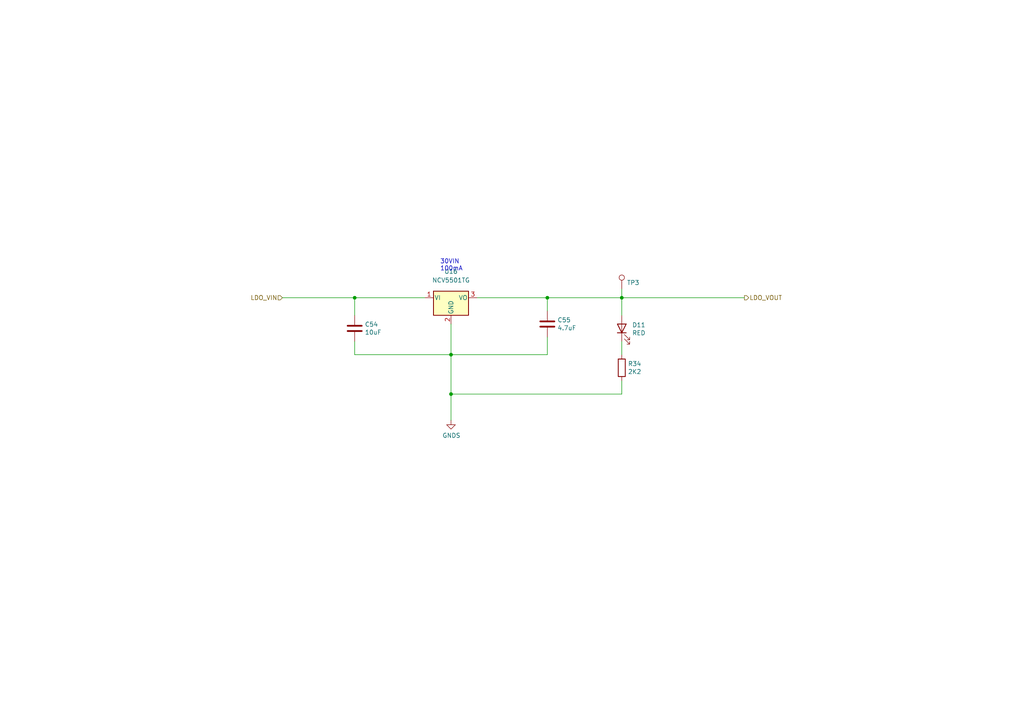
<source format=kicad_sch>
(kicad_sch (version 20211123) (generator eeschema)
  (paper "A4")
  (title_block (title "PSU - LDO 3.3V @ 100mA") (date "2021-06-05") (rev "B") (company "Created by C Sutton"))
  (lib_symbols
    (symbol "Connector:TestPoint" (pin_numbers hide) (pin_names (offset 0.762) hide)
      (property "Reference" "TP" (at 0 6.858 0))
      (property "Value" "TestPoint" (at 0 5.08 0))
      (symbol "TestPoint_0_1"
        (circle (center 0 3.302) (radius 0.762))
      )
      (symbol "TestPoint_1_1"
        (pin passive line (at 0 0 90) (length 2.54) (name "1") (number "1"))
      )
    )
    (symbol "Device:C" (pin_numbers hide) (pin_names (offset 0.254))
      (property "Reference" "C" (at 0.635 2.54 0))
      (property "Value" "C" (at 0.635 -2.54 0))
      (symbol "C_0_1"
        (polyline (pts (xy -2.032 -0.762) (xy 2.032 -0.762)) (stroke (width 0.508)))
        (polyline (pts (xy -2.032 0.762) (xy 2.032 0.762)) (stroke (width 0.508)))
      )
      (symbol "C_1_1"
        (pin passive line (at 0 3.81 270) (length 2.794) (name "~") (number "1"))
        (pin passive line (at 0 -3.81 90) (length 2.794) (name "~") (number "2"))
      )
    )
    (symbol "Device:LED" (pin_numbers hide) (pin_names (offset 1.016) hide)
      (property "Reference" "D" (at 0 2.54 0))
      (property "Value" "LED" (at 0 -2.54 0))
      (symbol "LED_0_1"
        (polyline (pts (xy -1.27 -1.27) (xy -1.27 1.27)) (stroke (width 0.254)))
        (polyline (pts (xy -1.27 0) (xy 1.27 0)))
        (polyline (pts (xy 1.27 -1.27) (xy 1.27 1.27) (xy -1.27 0) (xy 1.27 -1.27)) (stroke (width 0.254)))
        (polyline (pts (xy -3.048 -0.762) (xy -4.572 -2.286) (xy -3.81 -2.286) (xy -4.572 -2.286) (xy -4.572 -1.524)))
        (polyline (pts (xy -1.778 -0.762) (xy -3.302 -2.286) (xy -2.54 -2.286) (xy -3.302 -2.286) (xy -3.302 -1.524)))
      )
      (symbol "LED_1_1"
        (pin passive line (at -3.81 0 0) (length 2.54) (name "K") (number "1"))
        (pin passive line (at 3.81 0 180) (length 2.54) (name "A") (number "2"))
      )
    )
    (symbol "Device:R" (pin_numbers hide) (pin_names (offset 0))
      (property "Reference" "R" (at 2.032 0 90))
      (property "Value" "R" (at 0 0 90))
      (symbol "R_0_1"
        (rectangle (start -1.016 -2.54) (end 1.016 2.54) (stroke (width 0.254)))
      )
      (symbol "R_1_1"
        (pin passive line (at 0 3.81 270) (length 1.27) (name "~") (number "1"))
        (pin passive line (at 0 -3.81 90) (length 1.27) (name "~") (number "2"))
      )
    )
    (symbol "Regulator_Linear:LF33_TO252" (pin_names (offset 0.254))
      (property "Reference" "U" (at -3.81 3.175 0))
      (property "Value" "LF33_TO252" (at 0 3.175 0))
      (symbol "LF33_TO252_0_1"
        (rectangle (start -5.08 1.905) (end 5.08 -5.08) (stroke (width 0.254)) (fill (type background)))
      )
      (symbol "LF33_TO252_1_1"
        (pin power_in line (at -7.62 0 0) (length 2.54) (name "VI") (number "1"))
        (pin power_in line (at 0 -7.62 90) (length 2.54) (name "GND") (number "2"))
        (pin power_out line (at 7.62 0 180) (length 2.54) (name "VO") (number "3"))
      )
    )
    (symbol "power:GNDS" (power) (pin_names (offset 0))
      (property "Value" "GNDS" (at 0 -3.81 0))
      (symbol "GNDS_0_1"
        (polyline (pts (xy 0 0) (xy 0 -1.27) (xy 1.27 -1.27) (xy 0 -2.54) (xy -1.27 -1.27) (xy 0 -1.27)))
      )
      (symbol "GNDS_1_1"
        (pin power_in line (at 0 0 270) (length 0) hide (name "GNDS") (number "1"))
      )
    )
  )
  (junction (at 130.81 114.3))
  (junction (at 130.81 102.87))
  (junction (at 180.34 86.36))
  (junction (at 158.75 86.36))
  (junction (at 102.87 86.36))
  (wire (pts (xy 158.75 90.17) (xy 158.75 86.36)))
  (wire (pts (xy 130.81 114.3) (xy 130.81 121.92)))
  (wire (pts (xy 158.75 86.36) (xy 180.34 86.36)))
  (wire (pts (xy 130.81 93.98) (xy 130.81 102.87)))
  (wire (pts (xy 130.81 102.87) (xy 130.81 114.3)))
  (wire (pts (xy 81.915 86.36) (xy 102.87 86.36)))
  (wire (pts (xy 180.34 102.87) (xy 180.34 99.06)))
  (wire (pts (xy 102.87 102.87) (xy 130.81 102.87)))
  (wire (pts (xy 102.87 86.36) (xy 123.19 86.36)))
  (wire (pts (xy 158.75 97.79) (xy 158.75 102.87)))
  (wire (pts (xy 180.34 110.49) (xy 180.34 114.3)))
  (wire (pts (xy 102.87 99.06) (xy 102.87 102.87)))
  (wire (pts (xy 138.43 86.36) (xy 158.75 86.36)))
  (wire (pts (xy 158.75 102.87) (xy 130.81 102.87)))
  (wire (pts (xy 180.34 91.44) (xy 180.34 86.36)))
  (wire (pts (xy 180.34 86.36) (xy 215.9 86.36)))
  (wire (pts (xy 180.34 86.36) (xy 180.34 83.82)))
  (wire (pts (xy 180.34 114.3) (xy 130.81 114.3)))
  (wire (pts (xy 102.87 91.44) (xy 102.87 86.36)))
  (text "30VIN\n100mA" (at 127.635 78.74 0) (effects (font (size 1.27 1.27)) (justify left bottom)))
  (hierarchical_label "LDO_VIN" (shape input) (at 81.915 86.36 180))
  (hierarchical_label "LDO_VOUT" (shape output) (at 215.9 86.36 0))
  (symbol (lib_id "power:GNDS") (at 130.81 121.92 0) (unit 1)
    (property "Reference" "#PWR076" (effects hide))
    (property "Value" "GNDS" (at 130.937 126.3142 0))
  )
  (symbol (lib_id "Device:C") (at 102.87 95.25 0) (unit 1)
    (property "Reference" "C54" (at 105.791 94.0816 0) (effects (justify left)))
    (property "Value" "10uF" (at 105.791 96.393 0) (effects (justify left)))
    (property "Footprint" "Capacitor_SMD:C_0805_2012Metric_Pad1.18x1.45mm_HandSolder" (effects hide))
  )
  (symbol (lib_id "Device:C") (at 158.75 93.98 0) (unit 1)
    (property "Reference" "C55" (at 161.671 92.8116 0) (effects (justify left)))
    (property "Value" "4.7uF" (at 161.671 95.123 0) (effects (justify left)))
    (property "Footprint" "Capacitor_SMD:C_0805_2012Metric_Pad1.18x1.45mm_HandSolder" (effects hide))
  )
  (symbol (lib_id "Device:LED") (at 180.34 95.25 90) (unit 1)
    (property "Reference" "D11" (at 183.3372 94.2594 90) (effects (justify right)))
    (property "Value" "RED" (at 183.3372 96.5708 90) (effects (justify right)))
    (property "Footprint" "LED_SMD:LED_0805_2012Metric_Pad1.15x1.40mm_HandSolder" (effects hide))
    (property "LcscNo" "C2293" (effects hide))
  )
  (symbol (lib_id "Device:R") (at 180.34 106.68 0) (unit 1)
    (property "Reference" "R34" (at 182.118 105.5116 0) (effects (justify left)))
    (property "Value" "2K2" (at 182.118 107.823 0) (effects (justify left)))
    (property "Footprint" "Resistor_SMD:R_0805_2012Metric_Pad1.20x1.40mm_HandSolder" (effects hide))
  )
  (symbol (lib_id "Connector:TestPoint") (at 180.34 83.82 0) (unit 1)
    (property "Reference" "TP3" (at 181.8132 81.9912 0) (effects (justify left)))
    (property "Value" "TestPoint" (effects hide))
    (property "Footprint" "TestPoint:TestPoint_Pad_D1.0mm" (effects hide))
  )
  (symbol (lib_id "Regulator_Linear:LF33_TO252") (at 130.81 86.36 0) (unit 1)
    (property "Reference" "U16" (at 130.81 78.74 0))
    (property "Value" "NCV5501TG" (at 130.81 81.28 0))
    (property "Footprint" "Package_TO_SOT_SMD:TO-252-2" (effects hide))
    (property "Datasheet" "https://www.onsemi.com/pdf/datasheet/ncp5500-d.pdf" (effects hide))
  )
)
</source>
